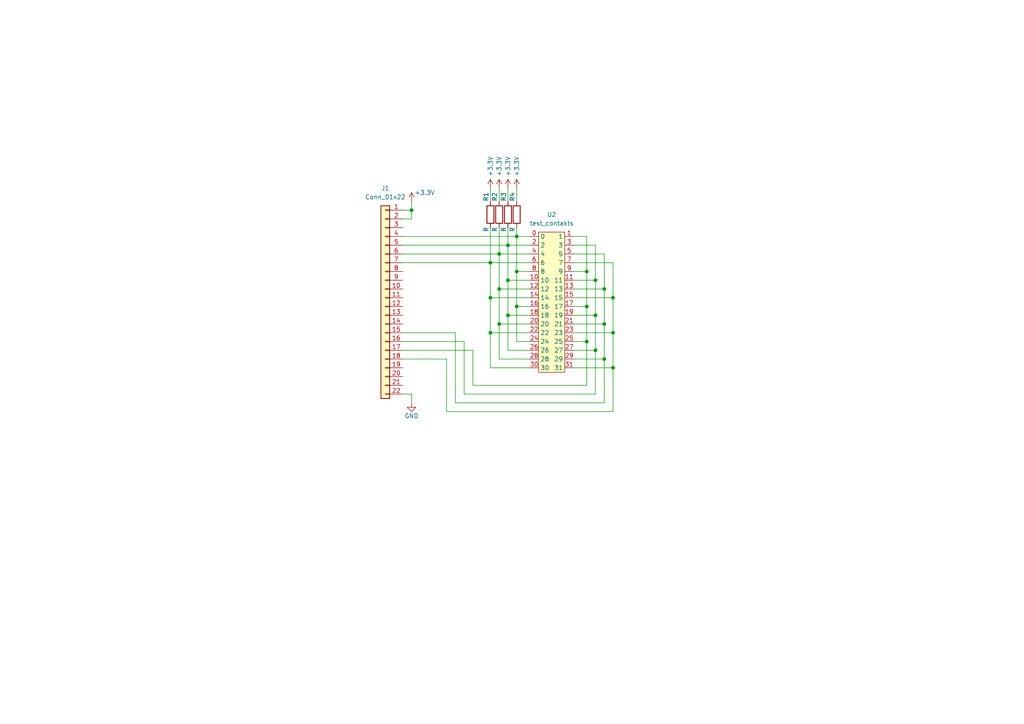
<source format=kicad_sch>
(kicad_sch (version 20211123) (generator eeschema)
  (paper "A4")
  (lib_symbols
    (symbol "Connector_Generic:Conn_01x22" (pin_names (offset 1.016) hide)
      (property "Reference" "J" (at 0 27.94 0))
      (property "Value" "Conn_01x22" (at 0 -30.48 0))
      (symbol "Conn_01x22_1_1"
        (rectangle (start -1.27 -27.813) (end 0 -28.067) (stroke (width 0.1524)))
        (rectangle (start -1.27 -25.273) (end 0 -25.527) (stroke (width 0.1524)))
        (rectangle (start -1.27 -22.733) (end 0 -22.987) (stroke (width 0.1524)))
        (rectangle (start -1.27 -20.193) (end 0 -20.447) (stroke (width 0.1524)))
        (rectangle (start -1.27 -17.653) (end 0 -17.907) (stroke (width 0.1524)))
        (rectangle (start -1.27 -15.113) (end 0 -15.367) (stroke (width 0.1524)))
        (rectangle (start -1.27 -12.573) (end 0 -12.827) (stroke (width 0.1524)))
        (rectangle (start -1.27 -10.033) (end 0 -10.287) (stroke (width 0.1524)))
        (rectangle (start -1.27 -7.493) (end 0 -7.747) (stroke (width 0.1524)))
        (rectangle (start -1.27 -4.953) (end 0 -5.207) (stroke (width 0.1524)))
        (rectangle (start -1.27 -2.413) (end 0 -2.667) (stroke (width 0.1524)))
        (rectangle (start -1.27 0.127) (end 0 -0.127) (stroke (width 0.1524)))
        (rectangle (start -1.27 2.667) (end 0 2.413) (stroke (width 0.1524)))
        (rectangle (start -1.27 5.207) (end 0 4.953) (stroke (width 0.1524)))
        (rectangle (start -1.27 7.747) (end 0 7.493) (stroke (width 0.1524)))
        (rectangle (start -1.27 10.287) (end 0 10.033) (stroke (width 0.1524)))
        (rectangle (start -1.27 12.827) (end 0 12.573) (stroke (width 0.1524)))
        (rectangle (start -1.27 15.367) (end 0 15.113) (stroke (width 0.1524)))
        (rectangle (start -1.27 17.907) (end 0 17.653) (stroke (width 0.1524)))
        (rectangle (start -1.27 20.447) (end 0 20.193) (stroke (width 0.1524)))
        (rectangle (start -1.27 22.987) (end 0 22.733) (stroke (width 0.1524)))
        (rectangle (start -1.27 25.527) (end 0 25.273) (stroke (width 0.1524)))
        (rectangle (start -1.27 26.67) (end 1.27 -29.21) (stroke (width 0.254)) (fill (type background)))
        (pin passive line (at -5.08 25.4 0) (length 3.81) (name "Pin_1") (number "1"))
        (pin passive line (at -5.08 2.54 0) (length 3.81) (name "Pin_10") (number "10"))
        (pin passive line (at -5.08 0 0) (length 3.81) (name "Pin_11") (number "11"))
        (pin passive line (at -5.08 -2.54 0) (length 3.81) (name "Pin_12") (number "12"))
        (pin passive line (at -5.08 -5.08 0) (length 3.81) (name "Pin_13") (number "13"))
        (pin passive line (at -5.08 -7.62 0) (length 3.81) (name "Pin_14") (number "14"))
        (pin passive line (at -5.08 -10.16 0) (length 3.81) (name "Pin_15") (number "15"))
        (pin passive line (at -5.08 -12.7 0) (length 3.81) (name "Pin_16") (number "16"))
        (pin passive line (at -5.08 -15.24 0) (length 3.81) (name "Pin_17") (number "17"))
        (pin passive line (at -5.08 -17.78 0) (length 3.81) (name "Pin_18") (number "18"))
        (pin passive line (at -5.08 -20.32 0) (length 3.81) (name "Pin_19") (number "19"))
        (pin passive line (at -5.08 22.86 0) (length 3.81) (name "Pin_2") (number "2"))
        (pin passive line (at -5.08 -22.86 0) (length 3.81) (name "Pin_20") (number "20"))
        (pin passive line (at -5.08 -25.4 0) (length 3.81) (name "Pin_21") (number "21"))
        (pin passive line (at -5.08 -27.94 0) (length 3.81) (name "Pin_22") (number "22"))
        (pin passive line (at -5.08 20.32 0) (length 3.81) (name "Pin_3") (number "3"))
        (pin passive line (at -5.08 17.78 0) (length 3.81) (name "Pin_4") (number "4"))
        (pin passive line (at -5.08 15.24 0) (length 3.81) (name "Pin_5") (number "5"))
        (pin passive line (at -5.08 12.7 0) (length 3.81) (name "Pin_6") (number "6"))
        (pin passive line (at -5.08 10.16 0) (length 3.81) (name "Pin_7") (number "7"))
        (pin passive line (at -5.08 7.62 0) (length 3.81) (name "Pin_8") (number "8"))
        (pin passive line (at -5.08 5.08 0) (length 3.81) (name "Pin_9") (number "9"))
      )
    )
    (symbol "Device:R" (pin_numbers hide) (pin_names (offset 0))
      (property "Reference" "R" (at 2.032 0 90))
      (property "Value" "R" (at 0 0 90))
      (symbol "R_0_1"
        (rectangle (start -1.016 -2.54) (end 1.016 2.54) (stroke (width 0.254)))
      )
      (symbol "R_1_1"
        (pin passive line (at 0 3.81 270) (length 1.27) (name "~") (number "1"))
        (pin passive line (at 0 -3.81 90) (length 1.27) (name "~") (number "2"))
      )
    )
    (symbol "power:+3.3V" (power) (pin_names (offset 0))
      (property "Value" "+3.3V" (at 0 3.556 0))
      (symbol "+3.3V_0_1"
        (polyline (pts (xy -0.762 1.27) (xy 0 2.54)))
        (polyline (pts (xy 0 0) (xy 0 2.54)))
        (polyline (pts (xy 0 2.54) (xy 0.762 1.27)))
      )
      (symbol "+3.3V_1_1"
        (pin power_in line (at 0 0 90) (length 0) hide (name "+3.3V") (number "1"))
      )
    )
    (symbol "power:GND" (power) (pin_names (offset 0))
      (property "Value" "GND" (at 0 -3.81 0))
      (symbol "GND_0_1"
        (polyline (pts (xy 0 0) (xy 0 -1.27) (xy 1.27 -1.27) (xy 0 -2.54) (xy -1.27 -1.27) (xy 0 -1.27)))
      )
      (symbol "GND_1_1"
        (pin power_in line (at 0 0 270) (length 0) hide (name "GND") (number "1"))
      )
    )
    (symbol "resistiveSensingTest:test_contakts"
      (property "Reference" "U" (at 0 5.08 0))
      (property "Value" "test_contakts" (at 0 2.54 0))
      (symbol "test_contakts_0_1"
        (rectangle (start -3.81 0) (end 3.81 -40.64) (fill (type background)))
      )
      (symbol "test_contakts_1_1"
        (pin passive line (at -6.35 -1.27 0) (length 2.54) (name "0") (number "0"))
        (pin passive line (at 6.35 -1.27 180) (length 2.54) (name "1") (number "1"))
        (pin passive line (at -6.35 -13.97 0) (length 2.54) (name "10") (number "10"))
        (pin passive line (at 6.35 -13.97 180) (length 2.54) (name "11") (number "11"))
        (pin passive line (at -6.35 -16.51 0) (length 2.54) (name "12") (number "12"))
        (pin passive line (at 6.35 -16.51 180) (length 2.54) (name "13") (number "13"))
        (pin passive line (at -6.35 -19.05 0) (length 2.54) (name "14") (number "14"))
        (pin passive line (at 6.35 -19.05 180) (length 2.54) (name "15") (number "15"))
        (pin passive line (at -6.35 -21.59 0) (length 2.54) (name "16") (number "16"))
        (pin passive line (at 6.35 -21.59 180) (length 2.54) (name "17") (number "17"))
        (pin passive line (at -6.35 -24.13 0) (length 2.54) (name "18") (number "18"))
        (pin passive line (at 6.35 -24.13 180) (length 2.54) (name "19") (number "19"))
        (pin passive line (at -6.35 -3.81 0) (length 2.54) (name "2") (number "2"))
        (pin passive line (at -6.35 -26.67 0) (length 2.54) (name "20") (number "20"))
        (pin passive line (at 6.35 -26.67 180) (length 2.54) (name "21") (number "21"))
        (pin passive line (at -6.35 -29.21 0) (length 2.54) (name "22") (number "22"))
        (pin passive line (at 6.35 -29.21 180) (length 2.54) (name "23") (number "23"))
        (pin passive line (at -6.35 -31.75 0) (length 2.54) (name "24") (number "24"))
        (pin passive line (at 6.35 -31.75 180) (length 2.54) (name "25") (number "25"))
        (pin passive line (at -6.35 -34.29 0) (length 2.54) (name "26") (number "26"))
        (pin passive line (at 6.35 -34.29 180) (length 2.54) (name "27") (number "27"))
        (pin passive line (at -6.35 -36.83 0) (length 2.54) (name "28") (number "28"))
        (pin passive line (at 6.35 -36.83 180) (length 2.54) (name "29") (number "29"))
        (pin passive line (at 6.35 -3.81 180) (length 2.54) (name "3") (number "3"))
        (pin passive line (at -6.35 -39.37 0) (length 2.54) (name "30") (number "30"))
        (pin passive line (at 6.35 -39.37 180) (length 2.54) (name "31") (number "31"))
        (pin passive line (at -6.35 -6.35 0) (length 2.54) (name "4") (number "4"))
        (pin passive line (at 6.35 -6.35 180) (length 2.54) (name "5") (number "5"))
        (pin passive line (at -6.35 -8.89 0) (length 2.54) (name "6") (number "6"))
        (pin passive line (at 6.35 -8.89 180) (length 2.54) (name "7") (number "7"))
        (pin passive line (at -6.35 -11.43 0) (length 2.54) (name "8") (number "8"))
        (pin passive line (at 6.35 -11.43 180) (length 2.54) (name "9") (number "9"))
      )
    )
  )
  (junction (at 142.24 76.2))
  (junction (at 144.78 73.66))
  (junction (at 172.72 101.6))
  (junction (at 147.32 81.28))
  (junction (at 177.8 86.36))
  (junction (at 175.26 83.82))
  (junction (at 144.78 83.82))
  (junction (at 172.72 81.28))
  (junction (at 170.18 99.06))
  (junction (at 175.26 104.14))
  (junction (at 144.78 93.98))
  (junction (at 177.8 96.52))
  (junction (at 142.24 86.36))
  (junction (at 170.18 78.74))
  (junction (at 142.24 96.52))
  (junction (at 177.8 106.68))
  (junction (at 149.86 88.9))
  (junction (at 119.38 60.96))
  (junction (at 149.86 78.74))
  (junction (at 147.32 71.12))
  (junction (at 172.72 91.44))
  (junction (at 170.18 88.9))
  (junction (at 149.86 68.58))
  (junction (at 175.26 93.98))
  (junction (at 147.32 91.44))
  (wire (pts (xy 149.86 99.06) (xy 149.86 88.9)))
  (wire (pts (xy 116.84 73.66) (xy 144.78 73.66)))
  (wire (pts (xy 116.84 63.5) (xy 119.38 63.5)))
  (wire (pts (xy 134.62 99.06) (xy 134.62 114.3)))
  (wire (pts (xy 172.72 91.44) (xy 172.72 81.28)))
  (wire (pts (xy 177.8 96.52) (xy 177.8 86.36)))
  (wire (pts (xy 177.8 106.68) (xy 177.8 119.38)))
  (wire (pts (xy 147.32 81.28) (xy 147.32 71.12)))
  (wire (pts (xy 142.24 106.68) (xy 142.24 96.52)))
  (wire (pts (xy 147.32 101.6) (xy 147.32 91.44)))
  (wire (pts (xy 129.54 104.14) (xy 129.54 119.38)))
  (wire (pts (xy 119.38 116.84) (xy 119.38 114.3)))
  (wire (pts (xy 149.86 88.9) (xy 149.86 78.74)))
  (wire (pts (xy 119.38 58.42) (xy 119.38 60.96)))
  (wire (pts (xy 147.32 91.44) (xy 147.32 81.28)))
  (wire (pts (xy 153.67 81.28) (xy 147.32 81.28)))
  (wire (pts (xy 119.38 114.3) (xy 116.84 114.3)))
  (wire (pts (xy 153.67 99.06) (xy 149.86 99.06)))
  (wire (pts (xy 175.26 104.14) (xy 175.26 93.98)))
  (wire (pts (xy 142.24 86.36) (xy 142.24 76.2)))
  (wire (pts (xy 166.37 88.9) (xy 170.18 88.9)))
  (wire (pts (xy 175.26 73.66) (xy 166.37 73.66)))
  (wire (pts (xy 144.78 54.61) (xy 144.78 58.42)))
  (wire (pts (xy 119.38 63.5) (xy 119.38 60.96)))
  (wire (pts (xy 166.37 101.6) (xy 172.72 101.6)))
  (wire (pts (xy 153.67 106.68) (xy 142.24 106.68)))
  (wire (pts (xy 144.78 66.04) (xy 144.78 73.66)))
  (wire (pts (xy 144.78 93.98) (xy 144.78 83.82)))
  (wire (pts (xy 137.16 111.76) (xy 137.16 101.6)))
  (wire (pts (xy 166.37 91.44) (xy 172.72 91.44)))
  (wire (pts (xy 175.26 116.84) (xy 132.08 116.84)))
  (wire (pts (xy 147.32 71.12) (xy 153.67 71.12)))
  (wire (pts (xy 153.67 91.44) (xy 147.32 91.44)))
  (wire (pts (xy 149.86 78.74) (xy 149.86 68.58)))
  (wire (pts (xy 116.84 99.06) (xy 134.62 99.06)))
  (wire (pts (xy 149.86 54.61) (xy 149.86 58.42)))
  (wire (pts (xy 142.24 96.52) (xy 142.24 86.36)))
  (wire (pts (xy 142.24 54.61) (xy 142.24 58.42)))
  (wire (pts (xy 175.26 93.98) (xy 175.26 83.82)))
  (wire (pts (xy 166.37 99.06) (xy 170.18 99.06)))
  (wire (pts (xy 153.67 86.36) (xy 142.24 86.36)))
  (wire (pts (xy 166.37 78.74) (xy 170.18 78.74)))
  (wire (pts (xy 149.86 66.04) (xy 149.86 68.58)))
  (wire (pts (xy 166.37 96.52) (xy 177.8 96.52)))
  (wire (pts (xy 166.37 81.28) (xy 172.72 81.28)))
  (wire (pts (xy 166.37 106.68) (xy 177.8 106.68)))
  (wire (pts (xy 166.37 86.36) (xy 177.8 86.36)))
  (wire (pts (xy 119.38 60.96) (xy 116.84 60.96)))
  (wire (pts (xy 116.84 68.58) (xy 149.86 68.58)))
  (wire (pts (xy 132.08 96.52) (xy 132.08 116.84)))
  (wire (pts (xy 170.18 99.06) (xy 170.18 88.9)))
  (wire (pts (xy 172.72 71.12) (xy 166.37 71.12)))
  (wire (pts (xy 172.72 101.6) (xy 172.72 91.44)))
  (wire (pts (xy 153.67 78.74) (xy 149.86 78.74)))
  (wire (pts (xy 166.37 104.14) (xy 175.26 104.14)))
  (wire (pts (xy 172.72 101.6) (xy 172.72 114.3)))
  (wire (pts (xy 170.18 88.9) (xy 170.18 78.74)))
  (wire (pts (xy 134.62 114.3) (xy 172.72 114.3)))
  (wire (pts (xy 116.84 96.52) (xy 132.08 96.52)))
  (wire (pts (xy 177.8 119.38) (xy 129.54 119.38)))
  (wire (pts (xy 170.18 111.76) (xy 137.16 111.76)))
  (wire (pts (xy 153.67 73.66) (xy 144.78 73.66)))
  (wire (pts (xy 142.24 66.04) (xy 142.24 76.2)))
  (wire (pts (xy 153.67 104.14) (xy 144.78 104.14)))
  (wire (pts (xy 166.37 93.98) (xy 175.26 93.98)))
  (wire (pts (xy 177.8 106.68) (xy 177.8 96.52)))
  (wire (pts (xy 153.67 93.98) (xy 144.78 93.98)))
  (wire (pts (xy 153.67 88.9) (xy 149.86 88.9)))
  (wire (pts (xy 153.67 83.82) (xy 144.78 83.82)))
  (wire (pts (xy 147.32 54.61) (xy 147.32 58.42)))
  (wire (pts (xy 116.84 104.14) (xy 129.54 104.14)))
  (wire (pts (xy 170.18 68.58) (xy 166.37 68.58)))
  (wire (pts (xy 153.67 101.6) (xy 147.32 101.6)))
  (wire (pts (xy 116.84 76.2) (xy 142.24 76.2)))
  (wire (pts (xy 175.26 83.82) (xy 175.26 73.66)))
  (wire (pts (xy 170.18 78.74) (xy 170.18 68.58)))
  (wire (pts (xy 142.24 76.2) (xy 153.67 76.2)))
  (wire (pts (xy 144.78 104.14) (xy 144.78 93.98)))
  (wire (pts (xy 147.32 66.04) (xy 147.32 71.12)))
  (wire (pts (xy 170.18 99.06) (xy 170.18 111.76)))
  (wire (pts (xy 177.8 76.2) (xy 166.37 76.2)))
  (wire (pts (xy 116.84 71.12) (xy 147.32 71.12)))
  (wire (pts (xy 177.8 86.36) (xy 177.8 76.2)))
  (wire (pts (xy 166.37 83.82) (xy 175.26 83.82)))
  (wire (pts (xy 172.72 81.28) (xy 172.72 71.12)))
  (wire (pts (xy 149.86 68.58) (xy 153.67 68.58)))
  (wire (pts (xy 153.67 96.52) (xy 142.24 96.52)))
  (wire (pts (xy 175.26 104.14) (xy 175.26 116.84)))
  (wire (pts (xy 144.78 83.82) (xy 144.78 73.66)))
  (wire (pts (xy 116.84 101.6) (xy 137.16 101.6)))
  (symbol (lib_id "Device:R") (at 149.86 62.23 0) (unit 1)
    (property "Reference" "R4" (at 148.59 58.42 90) (effects (justify left)))
    (property "Value" "R" (at 148.59 67.31 90) (effects (justify left)))
    (property "Footprint" "Resistor_SMD:R_1206_3216Metric_Pad1.30x1.75mm_HandSolder" (effects hide))
  )
  (symbol (lib_id "power:GND") (at 119.38 116.84 0) (unit 1)
    (property "Reference" "#PWR0101" (effects hide))
    (property "Value" "GND" (at 119.38 120.65 0))
  )
  (symbol (lib_id "resistiveSensingTest:test_contakts") (at 160.02 67.31 0) (unit 1)
    (property "Reference" "U2" (at 160.02 62.23 0))
    (property "Value" "test_contakts" (at 160.02 64.77 0))
    (property "Footprint" "resistiveSensingTest:test_contakts" (effects hide))
  )
  (symbol (lib_id "Device:R") (at 144.78 62.23 0) (unit 1)
    (property "Reference" "R2" (at 143.51 58.42 90) (effects (justify left)))
    (property "Value" "R" (at 143.51 67.31 90) (effects (justify left)))
    (property "Footprint" "Resistor_SMD:R_1206_3216Metric_Pad1.30x1.75mm_HandSolder" (effects hide))
  )
  (symbol (lib_id "Device:R") (at 147.32 62.23 0) (unit 1)
    (property "Reference" "R3" (at 146.05 58.42 90) (effects (justify left)))
    (property "Value" "R" (at 146.05 67.31 90) (effects (justify left)))
    (property "Footprint" "Resistor_SMD:R_1206_3216Metric_Pad1.30x1.75mm_HandSolder" (effects hide))
  )
  (symbol (lib_id "power:+3.3V") (at 144.78 54.61 0) (unit 1)
    (property "Reference" "#PWR0105" (effects hide))
    (property "Value" "+3.3V" (at 144.78 48.26 90))
  )
  (symbol (lib_id "power:+3.3V") (at 149.86 54.61 0) (unit 1)
    (property "Reference" "#PWR0103" (effects hide))
    (property "Value" "+3.3V" (at 149.86 48.26 90))
  )
  (symbol (lib_id "Connector_Generic:Conn_01x22") (at 111.76 86.36 0) (mirror y) (unit 1)
    (property "Reference" "J1" (at 111.76 54.61 0))
    (property "Value" "Conn_01x22" (at 111.76 57.15 0))
    (property "Footprint" "Connector_PinHeader_2.54mm:PinHeader_1x22_P2.54mm_Vertical" (effects hide))
  )
  (symbol (lib_id "power:+3.3V") (at 147.32 54.61 0) (unit 1)
    (property "Reference" "#PWR0104" (effects hide))
    (property "Value" "+3.3V" (at 147.32 48.26 90))
  )
  (symbol (lib_id "power:+3.3V") (at 119.38 58.42 0) (mirror y) (unit 1)
    (property "Reference" "#PWR0102" (effects hide))
    (property "Value" "+3.3V" (at 123.19 55.88 0))
  )
  (symbol (lib_id "Device:R") (at 142.24 62.23 0) (unit 1)
    (property "Reference" "R1" (at 140.97 58.42 90) (effects (justify left)))
    (property "Value" "R" (at 140.97 67.31 90) (effects (justify left)))
    (property "Footprint" "Resistor_SMD:R_1206_3216Metric_Pad1.30x1.75mm_HandSolder" (effects hide))
  )
  (symbol (lib_id "power:+3.3V") (at 142.24 54.61 0) (unit 1)
    (property "Reference" "#PWR0106" (effects hide))
    (property "Value" "+3.3V" (at 142.24 48.26 90))
  )
)
</source>
